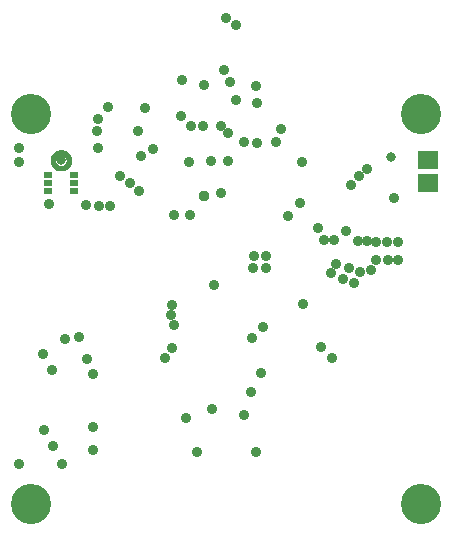
<source format=gbs>
G75*
%MOIN*%
%OFA0B0*%
%FSLAX25Y25*%
%IPPOS*%
%LPD*%
%AMOC8*
5,1,8,0,0,1.08239X$1,22.5*
%
%ADD10C,0.13398*%
%ADD11R,0.06706X0.05918*%
%ADD12R,0.03162X0.02375*%
%ADD13C,0.03162*%
%ADD14C,0.01772*%
%ADD15R,0.01194X0.01194*%
%ADD16C,0.02800*%
%ADD17C,0.03600*%
%ADD18C,0.02780*%
%ADD19C,0.03580*%
%ADD20C,0.02900*%
%ADD21C,0.03700*%
D10*
X0010000Y0010000D03*
X0140000Y0010000D03*
X0140000Y0140000D03*
X0010000Y0140000D03*
D11*
X0142233Y0117094D03*
X0142233Y0124575D03*
D12*
X0024232Y0119559D03*
X0024232Y0117000D03*
X0024232Y0114441D03*
X0015768Y0114441D03*
X0015768Y0117000D03*
X0015768Y0119559D03*
D13*
X0020000Y0124579D03*
X0130000Y0125579D03*
D14*
X0017343Y0124579D02*
X0017345Y0124682D01*
X0017351Y0124785D01*
X0017361Y0124887D01*
X0017375Y0124990D01*
X0017393Y0125091D01*
X0017415Y0125192D01*
X0017440Y0125292D01*
X0017470Y0125390D01*
X0017503Y0125488D01*
X0017540Y0125584D01*
X0017581Y0125678D01*
X0017626Y0125771D01*
X0017674Y0125863D01*
X0017725Y0125952D01*
X0017780Y0126039D01*
X0017838Y0126124D01*
X0017900Y0126207D01*
X0017965Y0126287D01*
X0018032Y0126365D01*
X0018103Y0126439D01*
X0018177Y0126512D01*
X0018253Y0126581D01*
X0018332Y0126647D01*
X0018413Y0126710D01*
X0018497Y0126770D01*
X0018583Y0126827D01*
X0018671Y0126880D01*
X0018762Y0126930D01*
X0018854Y0126976D01*
X0018948Y0127019D01*
X0019043Y0127058D01*
X0019140Y0127093D01*
X0019238Y0127124D01*
X0019337Y0127152D01*
X0019438Y0127176D01*
X0019539Y0127196D01*
X0019640Y0127212D01*
X0019743Y0127224D01*
X0019846Y0127232D01*
X0019948Y0127236D01*
X0020052Y0127236D01*
X0020154Y0127232D01*
X0020257Y0127224D01*
X0020360Y0127212D01*
X0020461Y0127196D01*
X0020562Y0127176D01*
X0020663Y0127152D01*
X0020762Y0127124D01*
X0020860Y0127093D01*
X0020957Y0127058D01*
X0021052Y0127019D01*
X0021146Y0126976D01*
X0021238Y0126930D01*
X0021328Y0126880D01*
X0021417Y0126827D01*
X0021503Y0126770D01*
X0021587Y0126710D01*
X0021668Y0126647D01*
X0021747Y0126581D01*
X0021823Y0126512D01*
X0021897Y0126439D01*
X0021968Y0126365D01*
X0022035Y0126287D01*
X0022100Y0126207D01*
X0022162Y0126124D01*
X0022220Y0126039D01*
X0022275Y0125952D01*
X0022326Y0125863D01*
X0022374Y0125771D01*
X0022419Y0125678D01*
X0022460Y0125584D01*
X0022497Y0125488D01*
X0022530Y0125390D01*
X0022560Y0125292D01*
X0022585Y0125192D01*
X0022607Y0125091D01*
X0022625Y0124990D01*
X0022639Y0124887D01*
X0022649Y0124785D01*
X0022655Y0124682D01*
X0022657Y0124579D01*
X0022655Y0124476D01*
X0022649Y0124373D01*
X0022639Y0124271D01*
X0022625Y0124168D01*
X0022607Y0124067D01*
X0022585Y0123966D01*
X0022560Y0123866D01*
X0022530Y0123768D01*
X0022497Y0123670D01*
X0022460Y0123574D01*
X0022419Y0123480D01*
X0022374Y0123387D01*
X0022326Y0123295D01*
X0022275Y0123206D01*
X0022220Y0123119D01*
X0022162Y0123034D01*
X0022100Y0122951D01*
X0022035Y0122871D01*
X0021968Y0122793D01*
X0021897Y0122719D01*
X0021823Y0122646D01*
X0021747Y0122577D01*
X0021668Y0122511D01*
X0021587Y0122448D01*
X0021503Y0122388D01*
X0021417Y0122331D01*
X0021329Y0122278D01*
X0021238Y0122228D01*
X0021146Y0122182D01*
X0021052Y0122139D01*
X0020957Y0122100D01*
X0020860Y0122065D01*
X0020762Y0122034D01*
X0020663Y0122006D01*
X0020562Y0121982D01*
X0020461Y0121962D01*
X0020360Y0121946D01*
X0020257Y0121934D01*
X0020154Y0121926D01*
X0020052Y0121922D01*
X0019948Y0121922D01*
X0019846Y0121926D01*
X0019743Y0121934D01*
X0019640Y0121946D01*
X0019539Y0121962D01*
X0019438Y0121982D01*
X0019337Y0122006D01*
X0019238Y0122034D01*
X0019140Y0122065D01*
X0019043Y0122100D01*
X0018948Y0122139D01*
X0018854Y0122182D01*
X0018762Y0122228D01*
X0018672Y0122278D01*
X0018583Y0122331D01*
X0018497Y0122388D01*
X0018413Y0122448D01*
X0018332Y0122511D01*
X0018253Y0122577D01*
X0018177Y0122646D01*
X0018103Y0122719D01*
X0018032Y0122793D01*
X0017965Y0122871D01*
X0017900Y0122951D01*
X0017838Y0123034D01*
X0017780Y0123119D01*
X0017725Y0123206D01*
X0017674Y0123295D01*
X0017626Y0123387D01*
X0017581Y0123480D01*
X0017540Y0123574D01*
X0017503Y0123670D01*
X0017470Y0123768D01*
X0017440Y0123866D01*
X0017415Y0123966D01*
X0017393Y0124067D01*
X0017375Y0124168D01*
X0017361Y0124271D01*
X0017351Y0124373D01*
X0017345Y0124476D01*
X0017343Y0124579D01*
D15*
X0020000Y0127236D03*
X0020000Y0121724D03*
X0017244Y0124480D03*
X0022756Y0124874D03*
D16*
X0084413Y0092761D03*
X0088413Y0092761D03*
X0084213Y0088561D03*
X0088313Y0088561D03*
X0071085Y0082976D03*
X0087226Y0069197D03*
X0100612Y0076677D03*
X0095652Y0106087D03*
X0073447Y0113685D03*
X0105730Y0101874D03*
D17*
X0084413Y0092761D03*
X0088413Y0092761D03*
X0084213Y0088561D03*
X0088313Y0088561D03*
X0071085Y0082976D03*
X0087226Y0069197D03*
X0100612Y0076677D03*
X0095652Y0106087D03*
X0073447Y0113685D03*
X0105730Y0101874D03*
D18*
X0107874Y0098031D03*
X0111024Y0098031D03*
X0114961Y0101181D03*
X0118898Y0097638D03*
X0122047Y0097638D03*
X0125197Y0097244D03*
X0128740Y0097244D03*
X0132283Y0097244D03*
X0132283Y0091339D03*
X0129134Y0091339D03*
X0125197Y0091339D03*
X0123228Y0088189D03*
X0119685Y0087402D03*
X0116142Y0088583D03*
X0111811Y0090157D03*
X0014283Y0034594D03*
X0017272Y0029409D03*
X0013972Y0059980D03*
X0016961Y0054669D03*
X0056976Y0076488D03*
X0056807Y0073083D03*
X0057602Y0069839D03*
X0081012Y0039811D03*
X0086677Y0053850D03*
X0083717Y0065339D03*
X0025890Y0065539D03*
X0078311Y0144807D03*
X0047902Y0141929D03*
X0081102Y0130673D03*
X0091547Y0130673D03*
X0073390Y0136161D03*
X0063260Y0136161D03*
X0074350Y0154626D03*
X0060217Y0151236D03*
X0050602Y0128323D03*
X0032449Y0138402D03*
X0032378Y0128709D03*
X0062598Y0124173D03*
X0070197Y0124213D03*
X0075709Y0124213D03*
X0057795Y0106417D03*
X0062913Y0106220D03*
X0061811Y0038543D03*
X0085000Y0149488D03*
X0075039Y0172126D03*
X0099803Y0110276D03*
X0100354Y0123976D03*
X0085224Y0130370D03*
X0067461Y0136043D03*
X0076535Y0150638D03*
X0046681Y0126173D03*
X0021417Y0065063D03*
X0006114Y0128681D03*
X0032130Y0134366D03*
X0028642Y0058421D03*
X0030630Y0053295D03*
X0093386Y0135039D03*
X0054661Y0058827D03*
X0110256Y0058799D03*
X0106657Y0062264D03*
X0057004Y0062177D03*
X0078228Y0169646D03*
X0045657Y0134224D03*
X0085469Y0143827D03*
X0067587Y0149543D03*
X0006201Y0124075D03*
X0085177Y0027268D03*
X0065433Y0027201D03*
X0020500Y0023500D03*
X0006185Y0023357D03*
X0117827Y0083598D03*
X0039650Y0119531D03*
X0122016Y0121657D03*
X0113953Y0085083D03*
X0042929Y0117000D03*
X0119382Y0119339D03*
X0110150Y0086917D03*
X0116787Y0116449D03*
X0046055Y0114488D03*
X0030717Y0028024D03*
X0030744Y0035685D03*
X0083315Y0047441D03*
X0070315Y0041744D03*
X0015969Y0109909D03*
X0131106Y0111878D03*
X0036535Y0109531D03*
X0075740Y0133646D03*
X0032748Y0109496D03*
X0059945Y0139303D03*
X0028543Y0109843D03*
X0035654Y0142512D03*
D19*
X0107874Y0098031D03*
X0111024Y0098031D03*
X0114961Y0101181D03*
X0118898Y0097638D03*
X0122047Y0097638D03*
X0125197Y0097244D03*
X0128740Y0097244D03*
X0132283Y0097244D03*
X0132283Y0091339D03*
X0129134Y0091339D03*
X0125197Y0091339D03*
X0123228Y0088189D03*
X0119685Y0087402D03*
X0116142Y0088583D03*
X0111811Y0090157D03*
X0014283Y0034594D03*
X0017272Y0029409D03*
X0013972Y0059980D03*
X0016961Y0054669D03*
X0056976Y0076488D03*
X0056807Y0073083D03*
X0057602Y0069839D03*
X0081012Y0039811D03*
X0086677Y0053850D03*
X0083717Y0065339D03*
X0025890Y0065539D03*
X0078311Y0144807D03*
X0047902Y0141929D03*
X0081102Y0130673D03*
X0091547Y0130673D03*
X0073390Y0136161D03*
X0063260Y0136161D03*
X0074350Y0154626D03*
X0060217Y0151236D03*
X0050602Y0128323D03*
X0032449Y0138402D03*
X0032378Y0128709D03*
X0062598Y0124173D03*
X0070197Y0124213D03*
X0075709Y0124213D03*
X0057795Y0106417D03*
X0062913Y0106220D03*
X0061811Y0038543D03*
X0085000Y0149488D03*
X0075039Y0172126D03*
X0099803Y0110276D03*
X0100354Y0123976D03*
X0085224Y0130370D03*
X0067461Y0136043D03*
X0076535Y0150638D03*
X0046681Y0126173D03*
X0021417Y0065063D03*
X0006114Y0128681D03*
X0032130Y0134366D03*
X0028642Y0058421D03*
X0030630Y0053295D03*
X0093386Y0135039D03*
X0054661Y0058827D03*
X0110256Y0058799D03*
X0106657Y0062264D03*
X0057004Y0062177D03*
X0078228Y0169646D03*
X0045657Y0134224D03*
X0085469Y0143827D03*
X0067587Y0149543D03*
X0006201Y0124075D03*
X0085177Y0027268D03*
X0065433Y0027201D03*
X0020500Y0023500D03*
X0006185Y0023357D03*
X0117827Y0083598D03*
X0039650Y0119531D03*
X0122016Y0121657D03*
X0113953Y0085083D03*
X0042929Y0117000D03*
X0119382Y0119339D03*
X0110150Y0086917D03*
X0116787Y0116449D03*
X0046055Y0114488D03*
X0030717Y0028024D03*
X0030744Y0035685D03*
X0083315Y0047441D03*
X0070315Y0041744D03*
X0015969Y0109909D03*
X0131106Y0111878D03*
X0036535Y0109531D03*
X0075740Y0133646D03*
X0032748Y0109496D03*
X0059945Y0139303D03*
X0028543Y0109843D03*
X0035654Y0142512D03*
D20*
X0067813Y0112661D03*
D21*
X0067813Y0112661D03*
M02*

</source>
